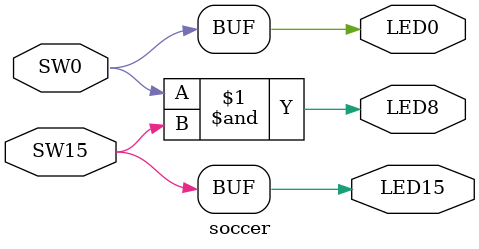
<source format=v>
module soccer(
    input SW0,
    output LED0,
    input SW15,
    output LED15,
    output LED8
    );  
    assign LED0 = SW0;
    assign LED15 = SW15;
    assign LED8 = (SW0 & SW15);
endmodule
</source>
